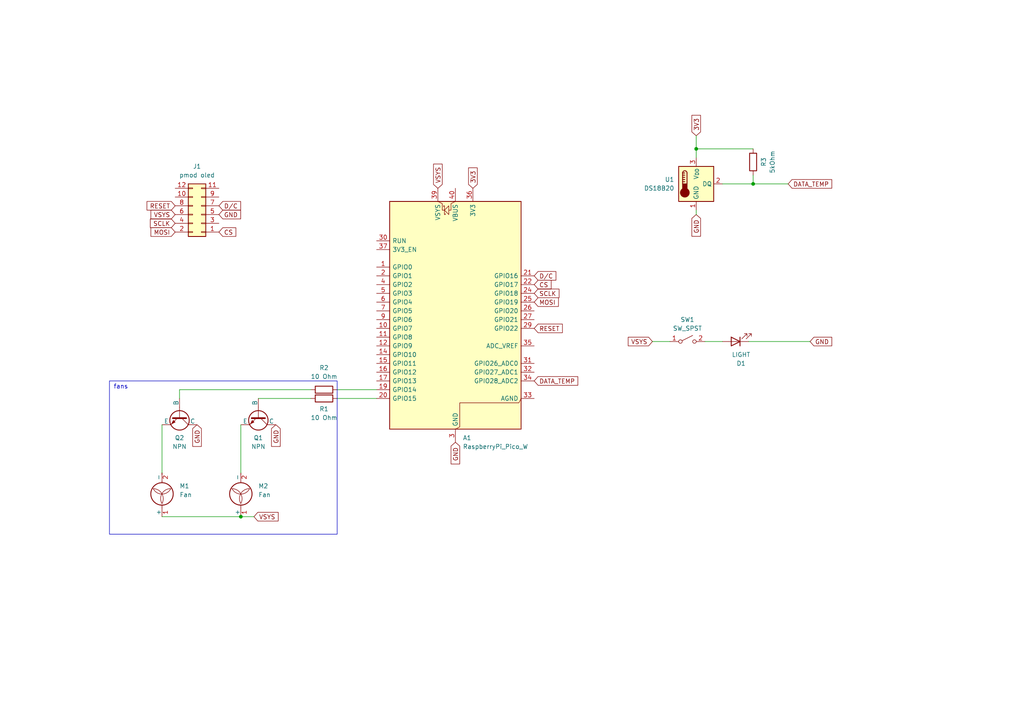
<source format=kicad_sch>
(kicad_sch (version 20250114) (generator "eeschema") (generator_version "9.0")
  (paper "A4")
  (lib_symbols
    (symbol "Connector_Generic:Conn_02x06_Odd_Even" (pin_names (offset 1.016) (hide yes))
      (property "Reference" "J" (at 1.27 7.62 0))
      (property "Value" "Conn_02x06_Odd_Even" (at 1.27 -10.16 0))
      (symbol "Conn_02x06_Odd_Even_1_1"
        (rectangle (start -1.27 6.35) (end 3.81 -8.89) (stroke (width 0.254)) (fill (type background)))
        (rectangle (start -1.27 5.207) (end 0 4.953) (stroke (width 0.1524)))
        (rectangle (start -1.27 2.667) (end 0 2.413) (stroke (width 0.1524)))
        (rectangle (start -1.27 0.127) (end 0 -0.127) (stroke (width 0.1524)))
        (rectangle (start -1.27 -2.413) (end 0 -2.667) (stroke (width 0.1524)))
        (rectangle (start -1.27 -4.953) (end 0 -5.207) (stroke (width 0.1524)))
        (rectangle (start -1.27 -7.493) (end 0 -7.747) (stroke (width 0.1524)))
        (rectangle (start 3.81 5.207) (end 2.54 4.953) (stroke (width 0.1524)))
        (rectangle (start 3.81 2.667) (end 2.54 2.413) (stroke (width 0.1524)))
        (rectangle (start 3.81 0.127) (end 2.54 -0.127) (stroke (width 0.1524)))
        (rectangle (start 3.81 -2.413) (end 2.54 -2.667) (stroke (width 0.1524)))
        (rectangle (start 3.81 -4.953) (end 2.54 -5.207) (stroke (width 0.1524)))
        (rectangle (start 3.81 -7.493) (end 2.54 -7.747) (stroke (width 0.1524)))
        (pin passive line (at -5.08 5.08 0) (length 3.81) (name "Pin_1") (number "1"))
        (pin passive line (at -5.08 2.54 0) (length 3.81) (name "Pin_3") (number "3"))
        (pin passive line (at -5.08 0 0) (length 3.81) (name "Pin_5") (number "5"))
        (pin passive line (at -5.08 -2.54 0) (length 3.81) (name "Pin_7") (number "7"))
        (pin passive line (at -5.08 -5.08 0) (length 3.81) (name "Pin_9") (number "9"))
        (pin passive line (at -5.08 -7.62 0) (length 3.81) (name "Pin_11") (number "11"))
        (pin passive line (at 7.62 5.08 180) (length 3.81) (name "Pin_2") (number "2"))
        (pin passive line (at 7.62 2.54 180) (length 3.81) (name "Pin_4") (number "4"))
        (pin passive line (at 7.62 0 180) (length 3.81) (name "Pin_6") (number "6"))
        (pin passive line (at 7.62 -2.54 180) (length 3.81) (name "Pin_8") (number "8"))
        (pin passive line (at 7.62 -5.08 180) (length 3.81) (name "Pin_10") (number "10"))
        (pin passive line (at 7.62 -7.62 180) (length 3.81) (name "Pin_12") (number "12"))
      )
    )
    (symbol "Device:LED" (pin_numbers (hide yes)) (pin_names (offset 1.016) (hide yes))
      (property "Reference" "D" (at 0 2.54 0))
      (property "Value" "LED" (at 0 -2.54 0))
      (symbol "LED_0_1"
        (polyline (pts (xy -3.048 -0.762) (xy -4.572 -2.286) (xy -3.81 -2.286) (xy -4.572 -2.286) (xy -4.572 -1.524)))
        (polyline (pts (xy -1.778 -0.762) (xy -3.302 -2.286) (xy -2.54 -2.286) (xy -3.302 -2.286) (xy -3.302 -1.524)))
        (polyline (pts (xy -1.27 0) (xy 1.27 0)))
        (polyline (pts (xy -1.27 -1.27) (xy -1.27 1.27)) (stroke (width 0.254)))
        (polyline (pts (xy 1.27 -1.27) (xy 1.27 1.27) (xy -1.27 0) (xy 1.27 -1.27)) (stroke (width 0.254)))
      )
      (symbol "LED_1_1"
        (pin passive line (at -3.81 0 0) (length 2.54) (name "K") (number "1"))
        (pin passive line (at 3.81 0 180) (length 2.54) (name "A") (number "2"))
      )
    )
    (symbol "Device:R" (pin_numbers (hide yes)) (pin_names (offset 0))
      (property "Reference" "R" (at 2.032 0 90))
      (property "Value" "R" (at 0 0 90))
      (symbol "R_0_1"
        (rectangle (start -1.016 -2.54) (end 1.016 2.54) (stroke (width 0.254)))
      )
      (symbol "R_1_1"
        (pin passive line (at 0 3.81 270) (length 1.27) (name "~") (number "1"))
        (pin passive line (at 0 -3.81 90) (length 1.27) (name "~") (number "2"))
      )
    )
    (symbol "MCU_Module:RaspberryPi_Pico_W" (pin_names (offset 0.762))
      (property "Reference" "A" (at -19.05 35.56 0))
      (property "Value" "RaspberryPi_Pico_W" (at 7.62 35.56 0))
      (symbol "RaspberryPi_Pico_W_0_1"
        (rectangle (start -19.05 34.29) (end 19.05 -31.75) (stroke (width 0.254)) (fill (type background)))
        (polyline (pts (xy -5.08 34.29) (xy -3.81 33.655) (xy -3.81 31.75) (xy -3.175 31.75)))
        (polyline (pts (xy -3.429 32.766) (xy -3.429 33.02) (xy -3.175 33.02) (xy -3.175 30.48) (xy -2.921 30.48) (xy -2.921 30.734)))
        (polyline (pts (xy -3.175 31.75) (xy -1.905 33.02) (xy -1.905 30.48) (xy -3.175 31.75)))
        (polyline (pts (xy 0 34.29) (xy -1.27 33.655) (xy -1.27 31.75) (xy -1.905 31.75)))
        (polyline (pts (xy 0 -31.75) (xy 1.27 -31.115) (xy 1.27 -24.13) (xy 18.415 -24.13) (xy 19.05 -22.86)))
      )
      (symbol "RaspberryPi_Pico_W_1_1"
        (pin passive line (at -22.86 22.86 0) (length 3.81) (name "RUN") (number "30"))
        (pin passive line (at -22.86 20.32 0) (length 3.81) (name "3V3_EN") (number "37"))
        (pin bidirectional line (at -22.86 15.24 0) (length 3.81) (name "GPIO0") (number "1"))
        (pin bidirectional line (at -22.86 12.7 0) (length 3.81) (name "GPIO1") (number "2"))
        (pin bidirectional line (at -22.86 10.16 0) (length 3.81) (name "GPIO2") (number "4"))
        (pin bidirectional line (at -22.86 7.62 0) (length 3.81) (name "GPIO3") (number "5"))
        (pin bidirectional line (at -22.86 5.08 0) (length 3.81) (name "GPIO4") (number "6"))
        (pin bidirectional line (at -22.86 2.54 0) (length 3.81) (name "GPIO5") (number "7"))
        (pin bidirectional line (at -22.86 0 0) (length 3.81) (name "GPIO6") (number "9"))
        (pin bidirectional line (at -22.86 -2.54 0) (length 3.81) (name "GPIO7") (number "10"))
        (pin bidirectional line (at -22.86 -5.08 0) (length 3.81) (name "GPIO8") (number "11"))
        (pin bidirectional line (at -22.86 -7.62 0) (length 3.81) (name "GPIO9") (number "12"))
        (pin bidirectional line (at -22.86 -10.16 0) (length 3.81) (name "GPIO10") (number "14"))
        (pin bidirectional line (at -22.86 -12.7 0) (length 3.81) (name "GPIO11") (number "15"))
        (pin bidirectional line (at -22.86 -15.24 0) (length 3.81) (name "GPIO12") (number "16"))
        (pin bidirectional line (at -22.86 -17.78 0) (length 3.81) (name "GPIO13") (number "17"))
        (pin bidirectional line (at -22.86 -20.32 0) (length 3.81) (name "GPIO14") (number "19"))
        (pin bidirectional line (at -22.86 -22.86 0) (length 3.81) (name "GPIO15") (number "20"))
        (pin power_in line (at -5.08 38.1 270) (length 3.81) (name "VSYS") (number "39"))
        (pin power_out line (at 0 38.1 270) (length 3.81) (name "VBUS") (number "40"))
        (pin passive line (at 0 -35.56 90) (length 3.81) (hide yes) (name "GND") (number "13"))
        (pin passive line (at 0 -35.56 90) (length 3.81) (hide yes) (name "GND") (number "18"))
        (pin passive line (at 0 -35.56 90) (length 3.81) (hide yes) (name "GND") (number "23"))
        (pin passive line (at 0 -35.56 90) (length 3.81) (hide yes) (name "GND") (number "28"))
        (pin power_out line (at 0 -35.56 90) (length 3.81) (name "GND") (number "3"))
        (pin passive line (at 0 -35.56 90) (length 3.81) (hide yes) (name "GND") (number "38"))
        (pin passive line (at 0 -35.56 90) (length 3.81) (hide yes) (name "GND") (number "8"))
        (pin power_out line (at 5.08 38.1 270) (length 3.81) (name "3V3") (number "36"))
        (pin bidirectional line (at 22.86 12.7 180) (length 3.81) (name "GPIO16") (number "21"))
        (pin bidirectional line (at 22.86 10.16 180) (length 3.81) (name "GPIO17") (number "22"))
        (pin bidirectional line (at 22.86 7.62 180) (length 3.81) (name "GPIO18") (number "24"))
        (pin bidirectional line (at 22.86 5.08 180) (length 3.81) (name "GPIO19") (number "25"))
        (pin bidirectional line (at 22.86 2.54 180) (length 3.81) (name "GPIO20") (number "26"))
        (pin bidirectional line (at 22.86 0 180) (length 3.81) (name "GPIO21") (number "27"))
        (pin bidirectional line (at 22.86 -2.54 180) (length 3.81) (name "GPIO22") (number "29"))
        (pin power_in line (at 22.86 -7.62 180) (length 3.81) (name "ADC_VREF") (number "35"))
        (pin bidirectional line (at 22.86 -12.7 180) (length 3.81) (name "GPIO26_ADC0") (number "31"))
        (pin bidirectional line (at 22.86 -15.24 180) (length 3.81) (name "GPIO27_ADC1") (number "32"))
        (pin bidirectional line (at 22.86 -17.78 180) (length 3.81) (name "GPIO28_ADC2") (number "34"))
        (pin power_out line (at 22.86 -22.86 180) (length 3.81) (name "AGND") (number "33"))
      )
    )
    (symbol "Motor:Fan" (pin_names (offset 0))
      (property "Reference" "M" (at 2.54 5.08 0))
      (property "Value" "Fan" (at 2.54 -2.54 0))
      (symbol "Fan_0_1"
        (arc (start 0 3.81) (mid -0.0015 0.9048) (end -2.54 -0.508))
        (polyline (pts (xy 0 4.572) (xy 0 5.08)))
        (polyline (pts (xy 0 4.2672) (xy 0 4.6228)))
        (circle (center 0 1.016) (radius 3.2512) (stroke (width 0.254)))
        (arc (start -2.54 -0.508) (mid 0 1.0618) (end 2.54 -0.508))
        (polyline (pts (xy 0 -2.2352) (xy 0 -2.6416)))
        (polyline (pts (xy 0 -5.08) (xy 0 -4.572)))
        (arc (start 2.54 -0.508) (mid 0.047 0.9315) (end 0 3.81))
      )
      (symbol "Fan_1_1"
        (pin passive line (at 0 7.62 270) (length 2.54) (name "+") (number "1"))
        (pin passive line (at 0 -5.08 90) (length 2.54) (name "-") (number "2"))
      )
    )
    (symbol "Sensor_Temperature:DS18B20"
      (property "Reference" "U" (at -3.81 6.35 0))
      (property "Value" "DS18B20" (at 6.35 6.35 0))
      (symbol "DS18B20_0_1"
        (rectangle (start -5.08 5.08) (end 5.08 -5.08) (stroke (width 0.254)) (fill (type background)))
        (polyline (pts (xy -3.937 3.175) (xy -3.937 0)) (stroke (width 0.254)))
        (polyline (pts (xy -3.937 3.175) (xy -3.302 3.175)) (stroke (width 0.254)))
        (polyline (pts (xy -3.937 2.54) (xy -3.302 2.54)) (stroke (width 0.254)))
        (polyline (pts (xy -3.937 1.905) (xy -3.302 1.905)) (stroke (width 0.254)))
        (polyline (pts (xy -3.937 1.27) (xy -3.302 1.27)) (stroke (width 0.254)))
        (polyline (pts (xy -3.937 0.635) (xy -3.302 0.635)) (stroke (width 0.254)))
        (arc (start -3.937 3.175) (mid -3.302 3.8073) (end -2.667 3.175) (stroke (width 0.254)))
        (circle (center -3.302 -2.54) (radius 1.27) (stroke (width 0.254)) (fill (type outline)))
        (polyline (pts (xy -2.667 3.175) (xy -2.667 0)) (stroke (width 0.254)))
        (rectangle (start -2.667 -1.905) (end -3.937 0) (stroke (width 0.254)) (fill (type outline)))
      )
      (symbol "DS18B20_1_1"
        (pin power_in line (at 0 7.62 270) (length 2.54) (name "V_{DD}") (number "3"))
        (pin power_in line (at 0 -7.62 90) (length 2.54) (name "GND") (number "1"))
        (pin bidirectional line (at 7.62 0 180) (length 2.54) (name "DQ") (number "2"))
      )
    )
    (symbol "Simulation_SPICE:NPN" (pin_numbers (hide yes)) (pin_names (offset 0))
      (property "Reference" "Q" (at -2.54 7.62 0))
      (property "Value" "NPN" (at -2.54 5.08 0))
      (symbol "NPN_0_1"
        (polyline (pts (xy -2.54 0) (xy 0.635 0)) (stroke (width 0.1524)))
        (polyline (pts (xy 0.635 1.905) (xy 0.635 -1.905) (xy 0.635 -1.905)) (stroke (width 0.508)))
        (polyline (pts (xy 0.635 0.635) (xy 2.54 2.54)))
        (polyline (pts (xy 0.635 -0.635) (xy 2.54 -2.54) (xy 2.54 -2.54)))
        (circle (center 1.27 0) (radius 2.8194) (stroke (width 0.254)))
        (polyline (pts (xy 1.27 -1.778) (xy 1.778 -1.27) (xy 2.286 -2.286) (xy 1.27 -1.778) (xy 1.27 -1.778)) (fill (type outline)))
        (polyline (pts (xy 2.794 -1.27) (xy 2.794 -1.27)) (stroke (width 0.1524)))
        (polyline (pts (xy 2.794 -1.27) (xy 2.794 -1.27)) (stroke (width 0.1524)))
      )
      (symbol "NPN_1_1"
        (pin input line (at -5.08 0 0) (length 2.54) (name "B") (number "2"))
        (pin open_collector line (at 2.54 5.08 270) (length 2.54) (name "C") (number "1"))
        (pin open_emitter line (at 2.54 -5.08 90) (length 2.54) (name "E") (number "3"))
      )
    )
    (symbol "Switch:SW_SPST" (pin_names (offset 0) (hide yes))
      (property "Reference" "SW" (at 0 3.175 0))
      (property "Value" "SW_SPST" (at 0 -2.54 0))
      (symbol "SW_SPST_0_0"
        (circle (center -2.032 0) (radius 0.508))
        (polyline (pts (xy -1.524 0.254) (xy 1.524 1.778)))
        (circle (center 2.032 0) (radius 0.508))
      )
      (symbol "SW_SPST_1_1"
        (pin passive line (at -5.08 0 0) (length 2.54) (name "A") (number "1"))
        (pin passive line (at 5.08 0 180) (length 2.54) (name "B") (number "2"))
      )
    )
  )
  (rectangle (start 31.75 110.49) (end 97.79 154.94))
  (text "fans\n" (at 35.052 112.268 0) (effects (font (size 1.27 1.27))))
  (junction (at 218.44 53.34))
  (junction (at 201.93 43.18))
  (junction (at 69.85 149.86))
  (wire (pts (xy 52.07 113.03) (xy 90.17 113.03)))
  (wire (pts (xy 74.93 115.57) (xy 90.17 115.57)))
  (wire (pts (xy 46.99 123.19) (xy 46.99 137.16)))
  (wire (pts (xy 97.79 115.57) (xy 109.22 115.57)))
  (wire (pts (xy 69.85 149.86) (xy 73.66 149.86)))
  (wire (pts (xy 46.99 149.86) (xy 69.85 149.86)))
  (wire (pts (xy 228.6 53.34) (xy 218.44 53.34)))
  (wire (pts (xy 201.93 39.37) (xy 201.93 43.18)))
  (wire (pts (xy 234.95 99.06) (xy 217.17 99.06)))
  (wire (pts (xy 201.93 43.18) (xy 201.93 45.72)))
  (wire (pts (xy 201.93 62.23) (xy 201.93 60.96)))
  (wire (pts (xy 52.07 113.03) (xy 52.07 115.57)))
  (wire (pts (xy 218.44 50.8) (xy 218.44 53.34)))
  (wire (pts (xy 218.44 53.34) (xy 209.55 53.34)))
  (wire (pts (xy 97.79 113.03) (xy 109.22 113.03)))
  (wire (pts (xy 201.93 43.18) (xy 218.44 43.18)))
  (wire (pts (xy 69.85 137.16) (xy 69.85 123.19)))
  (wire (pts (xy 189.23 99.06) (xy 194.31 99.06)))
  (wire (pts (xy 204.47 99.06) (xy 209.55 99.06)))
  (global_label "RESET" (shape input) (at 50.8 59.69 180) (property "Intersheetrefs" "${INTERSHEET_REFS}" (effects (hide yes))))
  (global_label "VSYS" (shape input) (at 50.8 62.23 180) (property "Intersheetrefs" "${INTERSHEET_REFS}" (effects (hide yes))))
  (global_label "GND" (shape input) (at 132.08 128.27 270) (property "Intersheetrefs" "${INTERSHEET_REFS}" (effects (hide yes))))
  (global_label "CS" (shape input) (at 63.5 67.31 0) (property "Intersheetrefs" "${INTERSHEET_REFS}" (effects (hide yes))))
  (global_label "3V3" (shape input) (at 201.93 39.37 90) (property "Intersheetrefs" "${INTERSHEET_REFS}" (effects (hide yes))))
  (global_label "SCLK" (shape input) (at 50.8 64.77 180) (property "Intersheetrefs" "${INTERSHEET_REFS}" (effects (hide yes))))
  (global_label "DATA_TEMP" (shape input) (at 228.6 53.34 0) (property "Intersheetrefs" "${INTERSHEET_REFS}" (effects (hide yes))))
  (global_label "MOSI" (shape input) (at 154.94 87.63 0) (property "Intersheetrefs" "${INTERSHEET_REFS}" (effects (hide yes))))
  (global_label "GND" (shape input) (at 63.5 62.23 0) (property "Intersheetrefs" "${INTERSHEET_REFS}" (effects (hide yes))))
  (global_label "D{slash}C" (shape input) (at 154.94 80.01 0) (property "Intersheetrefs" "${INTERSHEET_REFS}" (effects (hide yes))))
  (global_label "GND" (shape input) (at 57.15 123.19 270) (property "Intersheetrefs" "${INTERSHEET_REFS}" (effects (hide yes))))
  (global_label "MOSI" (shape input) (at 50.8 67.31 180) (property "Intersheetrefs" "${INTERSHEET_REFS}" (effects (hide yes))))
  (global_label "D{slash}C" (shape input) (at 63.5 59.69 0) (property "Intersheetrefs" "${INTERSHEET_REFS}" (effects (hide yes))))
  (global_label "VSYS" (shape input) (at 73.66 149.86 0) (property "Intersheetrefs" "${INTERSHEET_REFS}" (effects (hide yes))))
  (global_label "CS" (shape input) (at 154.94 82.55 0) (property "Intersheetrefs" "${INTERSHEET_REFS}" (effects (hide yes))))
  (global_label "VSYS" (shape input) (at 189.23 99.06 180) (property "Intersheetrefs" "${INTERSHEET_REFS}" (effects (hide yes))))
  (global_label "GND" (shape input) (at 201.93 62.23 270) (property "Intersheetrefs" "${INTERSHEET_REFS}" (effects (hide yes))))
  (global_label "RESET" (shape input) (at 154.94 95.25 0) (property "Intersheetrefs" "${INTERSHEET_REFS}" (effects (hide yes))))
  (global_label "VSYS" (shape input) (at 127 54.61 90) (property "Intersheetrefs" "${INTERSHEET_REFS}" (effects (hide yes))))
  (global_label "DATA_TEMP" (shape input) (at 154.94 110.49 0) (property "Intersheetrefs" "${INTERSHEET_REFS}" (effects (hide yes))))
  (global_label "3V3" (shape input) (at 137.16 54.61 90) (property "Intersheetrefs" "${INTERSHEET_REFS}" (effects (hide yes))))
  (global_label "SCLK" (shape input) (at 154.94 85.09 0) (property "Intersheetrefs" "${INTERSHEET_REFS}" (effects (hide yes))))
  (global_label "GND" (shape input) (at 234.95 99.06 0) (property "Intersheetrefs" "${INTERSHEET_REFS}" (effects (hide yes))))
  (global_label "GND" (shape input) (at 80.01 123.19 270) (property "Intersheetrefs" "${INTERSHEET_REFS}" (effects (hide yes))))
  (symbol (lib_id "Motor:Fan") (at 46.99 142.24 180) (unit 1)
    (property "Reference" "M1" (at 52.07 140.9699 0) (effects (justify right)))
    (property "Value" "Fan" (at 52.07 143.5099 0) (effects (justify right)))
    (property "Description" "Fan" (effects (hide yes)))
  )
  (symbol (lib_id "Device:R") (at 218.44 46.99 180) (unit 1)
    (property "Reference" "R3" (at 221.488 46.99 90))
    (property "Value" "5kOhm" (at 224.028 46.99 90))
    (property "Description" "Resistor" (effects (hide yes)))
  )
  (symbol (lib_id "Device:LED") (at 213.36 99.06 180) (unit 1)
    (property "Reference" "D1" (at 214.9475 105.41 0))
    (property "Value" "LIGHT" (at 214.9475 102.87 0))
    (property "Description" "Light emitting diode" (effects (hide yes)))
    (property "Sim.Pins" "1=K 2=A" (effects (hide yes)))
  )
  (symbol (lib_id "Device:R") (at 93.98 115.57 90) (unit 1)
    (property "Reference" "R1" (at 93.98 118.618 90))
    (property "Value" "10 Ohm" (at 93.98 121.158 90))
    (property "Description" "Resistor" (effects (hide yes)))
  )
  (symbol (lib_id "Sensor_Temperature:DS18B20") (at 201.93 53.34 0) (unit 1)
    (property "Reference" "U1" (at 195.58 52.0699 0) (effects (justify right)))
    (property "Value" "DS18B20" (at 195.58 54.6099 0) (effects (justify right)))
    (property "Footprint" "Package_TO_SOT_THT:TO-92_Inline" (effects (hide yes)))
    (property "Datasheet" "http://datasheets.maximintegrated.com/en/ds/DS18B20.pdf" (effects (hide yes)))
    (property "Description" "Programmable Resolution 1-Wire Digital Thermometer TO-92" (effects (hide yes)))
  )
  (symbol (lib_id "MCU_Module:RaspberryPi_Pico_W") (at 132.08 92.71 0) (unit 1)
    (property "Reference" "A1" (at 134.2233 127 0) (effects (justify left)))
    (property "Value" "RaspberryPi_Pico_W" (at 134.2233 129.54 0) (effects (justify left)))
    (property "Footprint" "Module:RaspberryPi_Pico_W_SMD_HandSolder" (effects (hide yes)))
    (property "Datasheet" "https://datasheets.raspberrypi.com/picow/pico-w-datasheet.pdf" (effects (hide yes)))
    (property "Description" "Versatile and inexpensive wireless microcontroller module powered by RP2040 dual-core Arm Cortex-M0+ processor up to 133 MHz, 264kB SRAM, 2MB QSPI flash, Infineon CYW43439 2.4GHz 802.11n wireless LAN; also supports Raspberry Pi Pico 2 W" (effects (hide yes)))
  )
  (symbol (lib_id "Simulation_SPICE:NPN") (at 74.93 120.65 270) (unit 1)
    (property "Reference" "Q1" (at 74.93 127 90))
    (property "Value" "NPN" (at 74.93 129.54 90))
    (property "Datasheet" "https://ngspice.sourceforge.io/docs/ngspice-html-manual/manual.xhtml#cha_BJTs" (effects (hide yes)))
    (property "Description" "Bipolar transistor symbol for simulation only, substrate tied to the emitter" (effects (hide yes)))
    (property "Sim.Device" "NPN" (effects (hide yes)))
    (property "Sim.Type" "GUMMELPOON" (effects (hide yes)))
    (property "Sim.Pins" "1=C 2=B 3=E" (effects (hide yes)))
  )
  (symbol (lib_id "Connector_Generic:Conn_02x06_Odd_Even") (at 58.42 62.23 180) (unit 1)
    (property "Reference" "J1" (at 57.15 48.26 0))
    (property "Value" "pmod oled" (at 57.15 50.8 0))
    (property "Description" "Generic connector, double row, 02x06, odd/even pin numbering scheme (row 1 odd numbers, row 2 even numbers), script generated (kicad-library-utils/schlib/autogen/connector/)" (effects (hide yes)))
  )
  (symbol (lib_id "Switch:SW_SPST") (at 199.39 99.06 0) (unit 1)
    (property "Reference" "SW1" (at 199.39 92.71 0))
    (property "Value" "SW_SPST" (at 199.39 95.25 0))
    (property "Description" "Single Pole Single Throw (SPST) switch" (effects (hide yes)))
  )
  (symbol (lib_id "Motor:Fan") (at 69.85 142.24 180) (unit 1)
    (property "Reference" "M2" (at 74.93 140.9699 0) (effects (justify right)))
    (property "Value" "Fan" (at 74.93 143.5099 0) (effects (justify right)))
    (property "Description" "Fan" (effects (hide yes)))
  )
  (symbol (lib_id "Simulation_SPICE:NPN") (at 52.07 120.65 270) (unit 1)
    (property "Reference" "Q2" (at 52.07 127 90))
    (property "Value" "NPN" (at 52.07 129.54 90))
    (property "Datasheet" "https://ngspice.sourceforge.io/docs/ngspice-html-manual/manual.xhtml#cha_BJTs" (effects (hide yes)))
    (property "Description" "Bipolar transistor symbol for simulation only, substrate tied to the emitter" (effects (hide yes)))
    (property "Sim.Device" "NPN" (effects (hide yes)))
    (property "Sim.Type" "GUMMELPOON" (effects (hide yes)))
    (property "Sim.Pins" "1=C 2=B 3=E" (effects (hide yes)))
  )
  (symbol (lib_id "Device:R") (at 93.98 113.03 90) (unit 1)
    (property "Reference" "R2" (at 93.98 106.68 90))
    (property "Value" "10 Ohm" (at 93.98 109.22 90))
    (property "Description" "Resistor" (effects (hide yes)))
  )
)
</source>
